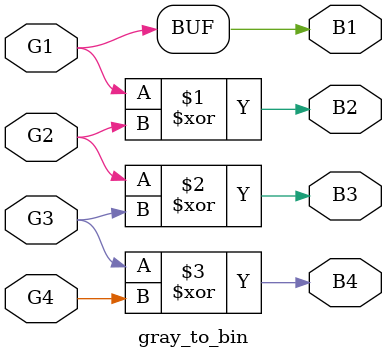
<source format=v>
module gray_to_bin (input G1,G2,G3,G4, output B1,B2,B3,B4);
assign B1 = G1;
assign B2 = G1 ^ G2;
assign B3 = G2 ^ G3;
assign B4 = G3 ^ G4;
endmodule

</source>
